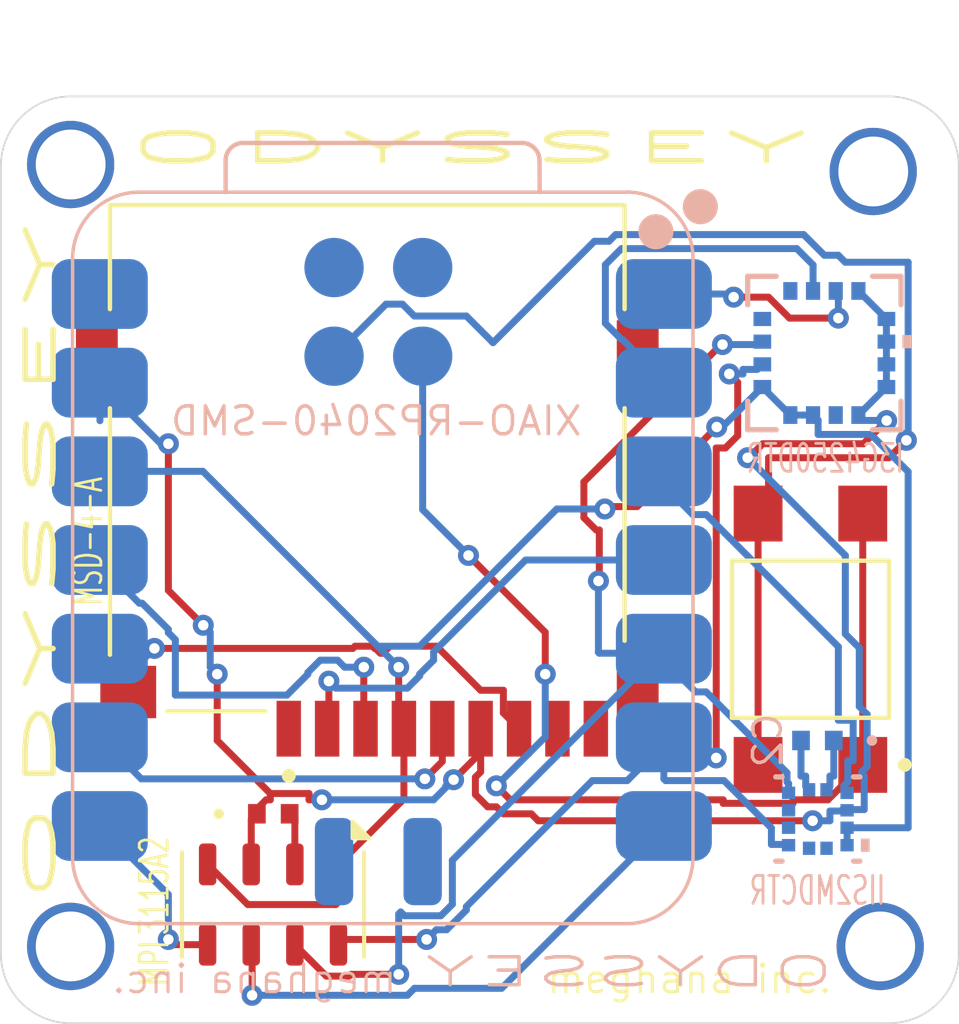
<source format=kicad_pcb>
(kicad_pcb (version 20241129) (generator "pcbnew") (generator_version "8.99")
  (title_block (title "Odyssey") (date "4/23/2025") (company "Hack Club") (comment 1 "apex.hackclub.com"))
  (layers (0 "F.Cu" signal) (2 "B.Cu" signal) (13 "F.Paste" user) (15 "B.Paste" user) (5 "F.SilkS" user "F.Silkscreen") (7 "B.SilkS" user "B.Silkscreen") (1 "F.Mask" user) (3 "B.Mask" user) (25 "Edge.Cuts" user))
  (net 0 "")
  (net 3 "3.3V XIAO")
  (net 4 "I3G4 INT2")
  (net 5 "XIAO SCL")
  (net 7 "I3G4 INT1")
  (net 8 "XIAO SDA")
  (net 9 "Net-(U2-C1)")
  (net 10 "IIS2 INT")
  (net 11 "MPL INT2")
  (net 12 "MPL INT1")
  (net 13 "Net-(U5-CAP)")
  (net 19 "MISO")
  (net 21 "MSD STAT")
  (net 23 "CLK")
  (net 24 "MOSI")
  (net 25 "GND")
  (net 33 "Net-(C3-Pad1)")
  (net 34 "Net-(U3-GND-Pad20)")
  (net 35 "Net-(U3-RST)")
  (footprint "footprints:CUI_MSD-4-A" (layer "F.Cu") (at 64.5 53.4125 180)
    (property "Reference" "J1" (hide yes))
    (property "Value" "MSD-4-A" (at 8 -2.3875 90) (layer "F.SilkS") (effects (font (size 0.8 0.5) (thickness 0.08))))
    (fp_line (start 7.375 4.27) (end 7.375 7.25) (stroke (width 0.127)) (layer "F.SilkS"))
    (fp_line (start 7.375 -5.63) (end 7.375 1.43) (stroke (width 0.127)) (layer "F.SilkS"))
    (fp_line (start 5.73 -7.25) (end 2.92 -7.25) (stroke (width 0.127)) (layer "F.SilkS"))
    (fp_line (start -7.375 7.25) (end 7.375 7.25) (stroke (width 0.127)) (layer "F.SilkS"))
    (fp_line (start -7.375 4.27) (end -7.375 7.25) (stroke (width 0.127)) (layer "F.SilkS"))
    (fp_line (start -7.375 -5.23) (end -7.375 1.43) (stroke (width 0.127)) (layer "F.SilkS"))
    (fp_circle (center 2.25 -9.1) (end 2.35 -9.1) (stroke (width 0.2)) (fill no) (layer "F.SilkS"))
    (pad "" np_thru_hole circle (at -4.95 3.25 180) (size 1 1) (drill 1) (layers "F&B.Cu" "*.Mask"))
    (pad "" np_thru_hole circle (at 3.05 3.25 180) (size 1 1) (drill 1) (layers "F&B.Cu" "*.Mask"))
    (pad "1" smd rect (at 2.25 -7.75 180) (size 0.7 1.6) (layers "F.Cu" "F.Mask" "F.Paste"))
    (pad "2" smd rect (at 1.15 -7.75 180) (size 0.7 1.6) (layers "F.Cu" "F.Mask" "F.Paste") (net 21 "MSD STAT"))
    (pad "3" smd rect (at 0.05 -7.75 180) (size 0.7 1.6) (layers "F.Cu" "F.Mask" "F.Paste") (net 24 "MOSI"))
    (pad "4" smd rect (at -1.05 -7.75 180) (size 0.7 1.6) (layers "F.Cu" "F.Mask" "F.Paste") (net 3 "3.3V XIAO"))
    (pad "5" smd rect (at -2.15 -7.75 180) (size 0.7 1.6) (layers "F.Cu" "F.Mask" "F.Paste") (net 23 "CLK"))
    (pad "6" smd rect (at -3.25 -7.75 180) (size 0.7 1.6) (layers "F.Cu" "F.Mask" "F.Paste") (net 25 "GND"))
    (pad "7" smd rect (at -4.35 -7.75 180) (size 0.7 1.6) (layers "F.Cu" "F.Mask" "F.Paste") (net 19 "MISO"))
    (pad "8" smd rect (at -5.45 -7.75 180) (size 0.7 1.6) (layers "F.Cu" "F.Mask" "F.Paste"))
    (pad "CD" smd rect (at -6.55 -7.75 180) (size 0.7 1.6) (layers "F.Cu" "F.Mask" "F.Paste"))
    (pad "G1" smd rect (at -7.75 -6.45 180) (size 1.2 1.8) (layers "F.Cu" "F.Mask" "F.Paste"))
    (pad "G2" smd rect (at 6.85 -6.7 180) (size 1.6 1.5) (layers "F.Cu" "F.Mask" "F.Paste"))
    (pad "G3" smd rect (at -7.75 2.85 180) (size 1.2 2.2) (layers "F.Cu" "F.Mask" "F.Paste"))
    (pad "G4" smd rect (at 7.75 2.85 180) (size 1.2 2.2) (layers "F.Cu" "F.Mask" "F.Paste"))
  )
  (footprint "footprints:SW_TL3305AF260QG" (layer "F.Cu") (at 77.2 58.6 180)
    (property "Reference" "U4" (hide yes))
    (property "Value" "TL3305AF260QG" (hide yes))
    (fp_line (start 2.25 2.25) (end 2.25 -2.25) (stroke (width 0.127)) (layer "F.SilkS"))
    (fp_line (start 2.25 2.25) (end -2.25 2.25) (stroke (width 0.127)) (layer "F.SilkS"))
    (fp_line (start -2.25 -2.25) (end 2.25 -2.25) (stroke (width 0.127)) (layer "F.SilkS"))
    (fp_line (start -2.25 -2.25) (end -2.25 2.25) (stroke (width 0.127)) (layer "F.SilkS"))
    (fp_circle (center -2.7 -3.6) (end -2.6 -3.6) (stroke (width 0.2)) (fill no) (layer "F.SilkS"))
    (pad "1" smd rect (at -1.5 -3.6 180) (size 1.4 1.6) (layers "F.Cu" "F.Mask" "F.Paste") (net 35 "Net-(U3-RST)"))
    (pad "2" smd rect (at -1.5 3.6 180) (size 1.4 1.6) (layers "F.Cu" "F.Mask" "F.Paste") (net 35 "Net-(U3-RST)"))
    (pad "3" smd rect (at 1.5 -3.6 180) (size 1.4 1.6) (layers "F.Cu" "F.Mask" "F.Paste") (net 34 "Net-(U3-GND-Pad20)"))
    (pad "4" smd rect (at 1.5 3.6 180) (size 1.4 1.6) (layers "F.Cu" "F.Mask" "F.Paste") (net 34 "Net-(U3-GND-Pad20)"))
  )
  (footprint "Package_LGA:NXP_LGA-8_3x5mm_P1.25mm_H1.1mm" (layer "F.Cu") (at 61.8 66.2 -90)
    (property "Reference" "U5" (hide yes))
    (property "Value" "MPL3115A2" (at 0.2 3.4 90) (layer "F.SilkS") (effects (font (size 0.8 0.5) (thickness 0.08))))
    (fp_line (start -1.5 2.61) (end 1.5 2.61) (stroke (width 0.12)) (layer "F.SilkS"))
    (fp_line (start -1.5 -2.61) (end 1.5 -2.61) (stroke (width 0.12)) (layer "F.SilkS"))
    (fp_poly (pts (xy -1.9 -2.28) (xy -2.38 -2.28) (xy -1.9 -2.76) (xy -1.9 -2.28)) (stroke (width 0.12)) (fill yes) (layer "F.SilkS"))
    (pad "1" smd roundrect (at -1.15 -1.875 270) (size 1.2 0.5) (layers "F.Cu" "F.Mask" "F.Paste") (net 3 "3.3V XIAO"))
    (pad "2" smd roundrect (at -1.15 -0.625 270) (size 1.2 0.5) (layers "F.Cu" "F.Mask" "F.Paste") (net 13 "Net-(U5-CAP)"))
    (pad "3" smd roundrect (at -1.15 0.625 270) (size 1.2 0.5) (layers "F.Cu" "F.Mask" "F.Paste") (net 25 "GND"))
    (pad "4" smd roundrect (at -1.15 1.875 270) (size 1.2 0.5) (layers "F.Cu" "F.Mask" "F.Paste") (net 3 "3.3V XIAO"))
    (pad "5" smd roundrect (at 1.15 1.875 270) (size 1.2 0.5) (layers "F.Cu" "F.Mask" "F.Paste") (net 11 "MPL INT2"))
    (pad "6" smd roundrect (at 1.15 0.625 270) (size 1.2 0.5) (layers "F.Cu" "F.Mask" "F.Paste") (net 12 "MPL INT1"))
    (pad "7" smd roundrect (at 1.15 -0.625 270) (size 1.2 0.5) (layers "F.Cu" "F.Mask" "F.Paste") (net 8 "XIAO SDA"))
    (pad "8" smd roundrect (at 1.15 -1.875 270) (size 1.2 0.5) (layers "F.Cu" "F.Mask" "F.Paste") (net 5 "XIAO SCL"))
  )
  (footprint "footprints:CAP_0402_N_WAL" (layer "F.Cu") (at 61.806 63.6)
    (property "Reference" "C1" (hide yes))
    (property "Value" "0402B104K160CT" (hide yes))
    (fp_circle (center -1.5621 0) (end -1.4859 0) (stroke (width 0.1524)) (fill no) (layer "F.SilkS"))
    (pad "1" smd rect (at -0.4699 0) (size 0.508 0.5588) (layers "F.Cu" "F.Mask" "F.Paste") (net 25 "GND"))
    (pad "2" smd rect (at 0.4699 0) (size 0.508 0.5588) (layers "F.Cu" "F.Mask" "F.Paste") (net 13 "Net-(U5-CAP)"))
  )
  (footprint "footprints:I3G4250DTR" (layer "B.Cu") (at 77.6 50.4)
    (property "Reference" "U1" (hide yes))
    (property "Value" "I3G4250DTR" (at 0.025001 3.022 0) (layer "B.SilkS") (effects (font (size 0.8 0.5) (thickness 0.08)) (justify mirror)))
    (fp_line (start -2.1971 -2.1971) (end -1.380585 -2.1971) (stroke (width 0.1524)) (layer "B.SilkS"))
    (fp_line (start -2.1971 -1.380585) (end -2.1971 -2.1971) (stroke (width 0.1524)) (layer "B.SilkS"))
    (fp_line (start -2.1971 2.1971) (end -2.1971 1.380585) (stroke (width 0.1524)) (layer "B.SilkS"))
    (fp_line (start -1.380585 2.1971) (end -2.1971 2.1971) (stroke (width 0.1524)) (layer "B.SilkS"))
    (fp_line (start 1.380585 -2.1971) (end 2.1971 -2.1971) (stroke (width 0.1524)) (layer "B.SilkS"))
    (fp_line (start 2.1971 -2.1971) (end 2.1971 -1.380585) (stroke (width 0.1524)) (layer "B.SilkS"))
    (fp_line (start 2.1971 1.380585) (end 2.1971 2.1971) (stroke (width 0.1524)) (layer "B.SilkS"))
    (fp_line (start 2.1971 2.1971) (end 1.380585 2.1971) (stroke (width 0.1524)) (layer "B.SilkS"))
    (fp_poly (pts (xy 2.4892 -0.134501) (xy 2.4892 -0.515501) (xy 2.2352 -0.515501) (xy 2.2352 -0.134501)) (fill yes) (layer "B.SilkS"))
    (pad "1" smd rect (at -1.778 0.974999 270) (size 0.4064 0.508) (layers "B.Cu" "B.Mask" "B.Paste") (net 3 "3.3V XIAO"))
    (pad "2" smd rect (at -1.778 0.325001 270) (size 0.4064 0.508) (layers "B.Cu" "B.Mask" "B.Paste") (net 5 "XIAO SCL"))
    (pad "3" smd rect (at -1.778 -0.325001 270) (size 0.4064 0.508) (layers "B.Cu" "B.Mask" "B.Paste") (net 8 "XIAO SDA"))
    (pad "4" smd rect (at -1.778 -0.974999 270) (size 0.4064 0.508) (layers "B.Cu" "B.Mask" "B.Paste"))
    (pad "5" smd rect (at -0.974999 -1.778) (size 0.4064 0.508) (layers "B.Cu" "B.Mask" "B.Paste"))
    (pad "6" smd rect (at -0.325001 -1.778) (size 0.4064 0.508) (layers "B.Cu" "B.Mask" "B.Paste") (net 4 "I3G4 INT2"))
    (pad "7" smd rect (at 0.325001 -1.778) (size 0.4064 0.508) (layers "B.Cu" "B.Mask" "B.Paste") (net 7 "I3G4 INT1"))
    (pad "8" smd rect (at 0.974999 -1.778) (size 0.4064 0.508) (layers "B.Cu" "B.Mask" "B.Paste") (net 25 "GND"))
    (pad "9" smd rect (at 1.778 -0.974999 270) (size 0.4064 0.508) (layers "B.Cu" "B.Mask" "B.Paste") (net 25 "GND"))
    (pad "10" smd rect (at 1.778 -0.325001 270) (size 0.4064 0.508) (layers "B.Cu" "B.Mask" "B.Paste") (net 25 "GND"))
    (pad "11" smd rect (at 1.778 0.325001 270) (size 0.4064 0.508) (layers "B.Cu" "B.Mask" "B.Paste") (net 25 "GND"))
    (pad "12" smd rect (at 1.778 0.974999 270) (size 0.4064 0.508) (layers "B.Cu" "B.Mask" "B.Paste") (net 25 "GND"))
    (pad "13" smd rect (at 0.974999 1.778) (size 0.4064 0.508) (layers "B.Cu" "B.Mask" "B.Paste") (net 25 "GND"))
    (pad "14" smd rect (at 0.325001 1.778) (size 0.4064 0.508) (layers "B.Cu" "B.Mask" "B.Paste"))
    (pad "15" smd rect (at -0.325001 1.778) (size 0.4064 0.508) (layers "B.Cu" "B.Mask" "B.Paste") (net 3 "3.3V XIAO"))
    (pad "16" smd rect (at -0.974999 1.778) (size 0.4064 0.508) (layers "B.Cu" "B.Mask" "B.Paste") (net 3 "3.3V XIAO"))
  )
  (footprint "footprints:XIAO-RP2040-SMD" (layer "B.Cu") (at 65 56.33 180)
    (property "Reference" "U3" (hide yes))
    (property "Value" "XIAO-RP2040-SMD" (at 0.2455 3.98025 0) (layer "B.SilkS") (effects (font (size 0.8 0.8) (thickness 0.1016)) (justify mirror)))
    (fp_line (start 8.945 -8.513) (end 8.945 8.632) (stroke (width 0.1)) (layer "B.SilkS"))
    (fp_line (start 7.04 10.537) (end -6.93 10.537) (stroke (width 0.1)) (layer "B.SilkS"))
    (fp_line (start 4.559 11.447) (end 4.559 10.537) (stroke (width 0.127)) (layer "B.SilkS"))
    (fp_line (start -3.936272 11.947) (end 4.059 11.947) (stroke (width 0.127)) (layer "B.SilkS"))
    (fp_line (start -4.44 10.537) (end -4.436272 11.447272) (stroke (width 0.127)) (layer "B.SilkS"))
    (fp_line (start -6.93 -10.418) (end 7.04 -10.418) (stroke (width 0.1)) (layer "B.SilkS"))
    (fp_line (start -8.835 -8.513) (end -8.835 8.632) (stroke (width 0.1)) (layer "B.SilkS"))
    (fp_arc (start 8.945 8.632) (mid 8.387038 9.979038) (end 7.04 10.537) (stroke (width 0.1)) (layer "B.SilkS"))
    (fp_arc (start 7.04 -10.418) (mid 8.387038 -9.860038) (end 8.945 -8.513) (stroke (width 0.1)) (layer "B.SilkS"))
    (fp_arc (start 4.559 11.447) (mid 4.412553 11.800553) (end 4.059 11.947) (stroke (width 0.127)) (layer "B.SilkS"))
    (fp_arc (start -3.936272 11.947) (mid -4.289724 11.800644) (end -4.436272 11.447272) (stroke (width 0.127)) (layer "B.SilkS"))
    (fp_arc (start -6.93 10.541) (mid -8.277038 9.983038) (end -8.835 8.636) (stroke (width 0.1)) (layer "B.SilkS"))
    (fp_arc (start -8.835 -8.513) (mid -8.277038 -9.860038) (end -6.93 -10.418) (stroke (width 0.1)) (layer "B.SilkS"))
    (fp_circle (center -7.771 9.404) (end -7.771 9.658) (stroke (width 0.5)) (fill yes) (layer "B.SilkS"))
    (fp_circle (center -9.045 10.121) (end -9.045 10.375) (stroke (width 0.5)) (fill yes) (layer "B.SilkS"))
    (pad "1" smd roundrect (at -8 7.62 180) (size 2.75 2) (layers "B.Cu" "B.Mask" "B.Paste") (net 7 "I3G4 INT1"))
    (pad "2" smd roundrect (at -8 5.08 180) (size 2.75 2) (layers "B.Cu" "B.Mask" "B.Paste") (net 4 "I3G4 INT2"))
    (pad "3" smd roundrect (at -8 2.54 180) (size 2.75 2) (layers "B.Cu" "B.Mask" "B.Paste") (net 10 "IIS2 INT"))
    (pad "4" smd roundrect (at -8 0 180) (size 2.75 2) (layers "B.Cu" "B.Mask" "B.Paste") (net 21 "MSD STAT"))
    (pad "5" smd roundrect (at -8 -2.54 180) (size 2.75 2) (layers "B.Cu" "B.Mask" "B.Paste") (net 8 "XIAO SDA"))
    (pad "6" smd roundrect (at -8 -5.08 180) (size 2.75 2) (layers "B.Cu" "B.Mask" "B.Paste") (net 5 "XIAO SCL"))
    (pad "7" smd roundrect (at -8 -7.62 180) (size 2.75 2) (layers "B.Cu" "B.Mask" "B.Paste") (net 12 "MPL INT1"))
    (pad "8" smd roundrect (at 8.165 -7.62 180) (size 2.75 2) (layers "B.Cu" "B.Mask" "B.Paste") (net 11 "MPL INT2"))
    (pad "9" smd roundrect (at 8.165 -5.08 180) (size 2.75 2) (layers "B.Cu" "B.Mask" "B.Paste") (net 23 "CLK"))
    (pad "10" smd roundrect (at 8.165 -2.54 180) (size 2.75 2) (layers "B.Cu" "B.Mask" "B.Paste") (net 19 "MISO"))
    (pad "11" smd roundrect (at 8.165 0 180) (size 2.75 2) (layers "B.Cu" "B.Mask" "B.Paste") (net 24 "MOSI"))
    (pad "12" smd roundrect (at 8.165 2.54 180) (size 2.75 2) (layers "B.Cu" "B.Mask" "B.Paste") (net 3 "3.3V XIAO"))
    (pad "13" smd roundrect (at 8.165 5.08 180) (size 2.75 2) (layers "B.Cu" "B.Mask" "B.Paste") (net 25 "GND"))
    (pad "14" smd roundrect (at 8.165 7.62 180) (size 2.75 2) (layers "B.Cu" "B.Mask" "B.Paste"))
    (pad "15" smd roundrect (at -1.088 -8.64 270) (size 2.5 1.1) (layers "B.Cu" "B.Mask" "B.Paste"))
    (pad "16" smd roundrect (at 1.452 -8.64 270) (size 2.5 1.1) (layers "B.Cu" "B.Mask" "B.Paste"))
    (pad "17" smd circle (at -1.088 8.378 180) (size 1.7 1.7) (layers "B.Cu" "B.Mask" "B.Paste"))
    (pad "18" smd circle (at 1.452 8.378 180) (size 1.7 1.7) (layers "B.Cu" "B.Mask" "B.Paste"))
    (pad "19" smd circle (at -1.088 5.838 180) (size 1.7 1.7) (layers "B.Cu" "B.Mask" "B.Paste") (net 35 "Net-(U3-RST)"))
    (pad "20" smd circle (at 1.452 5.838 180) (size 1.7 1.7) (layers "B.Cu" "B.Mask" "B.Paste") (net 34 "Net-(U3-GND-Pad20)"))
  )
  (footprint "footprints:CAP_0402_N_WAL" (layer "B.Cu") (at 77.4 61.5 180)
    (property "Reference" "C3" (hide yes))
    (property "Value" "C2" (at 1.427524 0 90) (layer "B.SilkS") (effects (font (size 0.8 0.8) (thickness 0.1) (bold yes)) (justify mirror)))
    (fp_circle (center -1.5621 0) (end -1.4859 0) (stroke (width 0.1524)) (fill no) (layer "B.SilkS"))
    (pad "1" smd rect (at -0.4699 0 180) (size 0.508 0.5588) (layers "B.Cu" "B.Mask" "B.Paste") (net 33 "Net-(C3-Pad1)"))
    (pad "2" smd rect (at 0.4699 0 180) (size 0.508 0.5588) (layers "B.Cu" "B.Mask" "B.Paste") (net 9 "Net-(U2-C1)"))
  )
  (footprint "footprints:IIS2MDCTR" (layer "B.Cu") (at 77.4118 63.75)
    (property "Reference" "U2" (hide yes))
    (property "Value" "IIS2MDCTR" (at -0.0118 2.05 0) (layer "B.SilkS") (effects (font (size 0.8 0.5) (thickness 0.08)) (justify mirror)))
    (fp_line (start -1.2065 -1.2065) (end -1.024229 -1.2065) (stroke (width 0.1524)) (layer "B.SilkS"))
    (fp_line (start -1.024229 1.2065) (end -1.2065 1.2065) (stroke (width 0.1524)) (layer "B.SilkS"))
    (fp_line (start 1.024229 -1.2065) (end 1.2065 -1.2065) (stroke (width 0.1524)) (layer "B.SilkS"))
    (fp_line (start 1.2065 1.2065) (end 1.024229 1.2065) (stroke (width 0.1524)) (layer "B.SilkS"))
    (fp_poly (pts (xy 1.4859 0.940501) (xy 1.4859 0.559501) (xy 1.2319 0.559501) (xy 1.2319 0.940501)) (fill yes) (layer "B.SilkS"))
    (pad "1" smd rect (at -0.8382 0.750001 270) (size 0.3556 0.381) (layers "B.Cu" "B.Mask" "B.Paste") (net 5 "XIAO SCL"))
    (pad "2" smd rect (at -0.8382 0.25 270) (size 0.3556 0.381) (layers "B.Cu" "B.Mask" "B.Paste"))
    (pad "3" smd rect (at -0.8382 -0.25 270) (size 0.3556 0.381) (layers "B.Cu" "B.Mask" "B.Paste"))
    (pad "4" smd rect (at -0.8382 -0.750001 270) (size 0.3556 0.381) (layers "B.Cu" "B.Mask" "B.Paste") (net 8 "XIAO SDA"))
    (pad "5" smd rect (at -0.25 -0.8382) (size 0.3556 0.381) (layers "B.Cu" "B.Mask" "B.Paste") (net 9 "Net-(U2-C1)"))
    (pad "6" smd rect (at 0.25 -0.8382) (size 0.3556 0.381) (layers "B.Cu" "B.Mask" "B.Paste") (net 33 "Net-(C3-Pad1)"))
    (pad "7" smd rect (at 0.8382 -0.750001 270) (size 0.3556 0.381) (layers "B.Cu" "B.Mask" "B.Paste") (net 10 "IIS2 INT"))
    (pad "8" smd rect (at 0.8382 -0.25 270) (size 0.3556 0.381) (layers "B.Cu" "B.Mask" "B.Paste") (net 25 "GND"))
    (pad "9" smd rect (at 0.8382 0.25 270) (size 0.3556 0.381) (layers "B.Cu" "B.Mask" "B.Paste") (net 3 "3.3V XIAO"))
    (pad "10" smd rect (at 0.8382 0.750001 270) (size 0.3556 0.381) (layers "B.Cu" "B.Mask" "B.Paste") (net 3 "3.3V XIAO"))
    (pad "11" smd rect (at 0.25 0.8382) (size 0.3556 0.381) (layers "B.Cu" "B.Mask" "B.Paste"))
    (pad "12" smd rect (at -0.25 0.8382) (size 0.3556 0.381) (layers "B.Cu" "B.Mask" "B.Paste"))
  )
  (gr_arc (start 54 45.05) (mid 54.585786 43.635786) (end 56 43.05) (stroke (width 0.05)) (layer "Edge.Cuts"))
  (gr_line (start 56 43.05) (end 79.45 43.05) (stroke (width 0.05)) (layer "Edge.Cuts"))
  (gr_arc (start 79.45 43.05) (mid 80.864214 43.635786) (end 81.45 45.05) (stroke (width 0.05)) (layer "Edge.Cuts"))
  (gr_line (start 54 67.6) (end 54 45.05) (stroke (width 0.05)) (layer "Edge.Cuts"))
  (gr_arc (start 81.45 67.6) (mid 80.864214 69.014214) (end 79.45 69.6) (stroke (width 0.05)) (layer "Edge.Cuts"))
  (gr_line (start 81.45 45.05) (end 81.45 67.6) (stroke (width 0.05)) (layer "Edge.Cuts"))
  (gr_arc (start 56 69.6) (mid 54.585786 69.014214) (end 54 67.6) (stroke (width 0.05)) (layer "Edge.Cuts"))
  (gr_line (start 79.45 69.6) (end 56 69.6) (stroke (width 0.05)) (layer "Edge.Cuts"))
  (gr_text "meghana inc." (at 69.6 68.8 0) (layer "F.SilkS") (effects (font (size 0.8 0.8) (thickness 0.0875)) (justify left bottom)))
  (gr_text "ODYSSEY" (at 55.6 66.4 90) (layer "F.SilkS") (effects (font (size 0.8 3) (thickness 0.16) (bold yes)) (justify left bottom)))
  (gr_text "ODYSSEY" (at 57.4 45 0) (layer "F.SilkS") (effects (font (size 0.8 3) (thickness 0.16) (bold yes)) (justify left bottom)))
  (gr_text "ODYSSEY" (at 78 68.6 0) (layer "B.SilkS") (effects (font (size 0.8 1.8) (thickness 0.1)) (justify left bottom mirror)))
  (gr_text "meghana inc." (at 65.4 68.8 0) (layer "B.SilkS") (effects (font (size 0.8 0.8) (thickness 0.0875)) (justify left bottom mirror)))
  (via (at 56 67.4) (size 2.5) (drill 2) (layers "F.Cu" "B.Cu") (net 0))
  (via (at 56 45) (size 2.5) (drill 2) (layers "F.Cu" "B.Cu") (net 0))
  (via (at 79 45.2) (size 2.5) (drill 2) (layers "F.Cu" "B.Cu") (net 0))
  (via (at 79.2 67.4) (size 2.5) (drill 2) (layers "F.Cu" "B.Cu") (net 0))
  (segment (start 71.30885 54.86843) (end 71.37728 54.8) (width 0.2) (layer "F.Cu") (net 3))
  (segment (start 65.55 61.1625) (end 65.55 63.175) (width 0.2) (layer "F.Cu") (net 3))
  (segment (start 65.4 61.0125) (end 65.55 61.1625) (width 0.2) (layer "F.Cu") (net 3))
  (segment (start 65.4 59.4) (end 65.4 61.0125) (width 0.2) (layer "F.Cu") (net 3))
  (segment (start 61.075 66.2) (end 59.925 65.05) (width 0.2) (layer "F.Cu") (net 3))
  (segment (start 65.55 63.175) (end 63.675 65.05) (width 0.2) (layer "F.Cu") (net 3))
  (segment (start 63.675 65.05) (end 63.675 66.125) (width 0.2) (layer "F.Cu") (net 3))
  (segment (start 72.235078 54.8) (end 74.515077 52.520001) (width 0.2) (layer "F.Cu") (net 3))
  (segment (start 63.675 66.125) (end 63.6 66.2) (width 0.2) (layer "F.Cu") (net 3))
  (segment (start 71.37728 54.8) (end 72.235078 54.8) (width 0.2) (layer "F.Cu") (net 3))
  (segment (start 63.6 66.2) (end 61.075 66.2) (width 0.2) (layer "F.Cu") (net 3))
  (via (at 74.515077 52.520001) (size 0.6) (drill 0.3) (layers "F.Cu" "B.Cu") (net 3))
  (via (at 65.4 59.4) (size 0.6) (drill 0.3) (layers "F.Cu" "B.Cu") (net 3))
  (via (at 71.30885 54.86843) (size 0.6) (drill 0.3) (layers "F.Cu" "B.Cu") (net 3))
  (segment (start 56.835 53.79) (end 59.79 53.79) (width 0.2) (layer "B.Cu") (net 3))
  (segment (start 80 64) (end 78.25 64) (width 0.2) (layer "B.Cu") (net 3))
  (segment (start 74.676998 52.520001) (end 75.822 51.374999) (width 0.2) (layer "B.Cu") (net 3))
  (segment (start 64.8 58.8) (end 65.4 59.4) (width 0.2) (layer "B.Cu") (net 3))
  (segment (start 78.25 64) (end 78.25 64.500001) (width 0.2) (layer "B.Cu") (net 3))
  (segment (start 78.933 52.733) (end 80 53.8) (width 0.2) (layer "B.Cu") (net 3))
  (segment (start 59.79 53.79) (end 64.8 58.8) (width 0.2) (layer "B.Cu") (net 3))
  (segment (start 74.515077 52.520001) (end 74.676998 52.520001) (width 0.2) (layer "B.Cu") (net 3))
  (segment (start 75.822 51.374999) (end 76.625001 52.178) (width 0.2) (layer "B.Cu") (net 3))
  (segment (start 76.625001 52.178) (end 77.274999 52.178) (width 0.2) (layer "B.Cu") (net 3))
  (segment (start 77.274999 52.178) (end 77.420801 52.323802) (width 0.2) (layer "B.Cu") (net 3))
  (segment (start 77.420801 52.323802) (end 77.420801 52.733) (width 0.2) (layer "B.Cu") (net 3))
  (segment (start 80 53.8) (end 80 64) (width 0.2) (layer "B.Cu") (net 3))
  (segment (start 71.30885 54.86843) (end 69.93157 54.86843) (width 0.2) (layer "B.Cu") (net 3))
  (segment (start 77.420801 52.733) (end 78.933 52.733) (width 0.2) (layer "B.Cu") (net 3))
  (segment (start 66 58.8) (end 64.8 58.8) (width 0.2) (layer "B.Cu") (net 3))
  (segment (start 69.93157 54.86843) (end 66 58.8) (width 0.2) (layer "B.Cu") (net 3))
  (segment (start 73 51.25) (end 73 51.2) (width 0.2) (layer "B.Cu") (net 4))
  (segment (start 73 51.2) (end 71.811 50.011) (width 0.2) (layer "B.Cu") (net 4))
  (segment (start 71.811 50.011) (end 71.785942 50.011) (width 0.2) (layer "B.Cu") (net 4))
  (segment (start 77.274999 47.874999) (end 77.274999 48.622) (width 0.2) (layer "B.Cu") (net 4))
  (segment (start 76.809 47.409) (end 77.274999 47.874999) (width 0.2) (layer "B.Cu") (net 4))
  (segment (start 71.324 49.549058) (end 71.324 47.870942) (width 0.2) (layer "B.Cu") (net 4))
  (segment (start 71.785942 50.011) (end 71.324 49.549058) (width 0.2) (layer "B.Cu") (net 4))
  (segment (start 71.324 47.870942) (end 71.785942 47.409) (width 0.2) (layer "B.Cu") (net 4))
  (segment (start 71.785942 47.409) (end 76.809 47.409) (width 0.2) (layer "B.Cu") (net 4))
  (segment (start 74.499998 53.121001) (end 74.76402 53.121001) (width 0.2) (layer "F.Cu") (net 5))
  (segment (start 74.76402 53.121001) (end 75.116077 52.768944) (width 0.2) (layer "F.Cu") (net 5))
  (segment (start 74.499998 62) (end 74.499998 53.121001) (width 0.2) (layer "F.Cu") (net 5))
  (segment (start 75.116077 52.768944) (end 75.116077 51.241077) (width 0.2) (layer "F.Cu") (net 5))
  (segment (start 63.825 67.2) (end 63.675 67.35) (width 0.2) (layer "F.Cu") (net 5))
  (segment (start 75.116077 51.241077) (end 74.875 51) (width 0.2) (layer "F.Cu") (net 5))
  (segment (start 66.2 67.2) (end 63.825 67.2) (width 0.2) (layer "F.Cu") (net 5))
  (via (at 74.875 51) (size 0.6) (drill 0.3) (layers "F.Cu" "B.Cu") (net 5))
  (via (at 74.499998 62) (size 0.6) (drill 0.3) (layers "F.Cu" "B.Cu") (net 5))
  (via (at 66.2 67.2) (size 0.6) (drill 0.3) (layers "F.Cu" "B.Cu") (net 5))
  (segment (start 73 61.41) (end 73 62.6) (width 0.2) (layer "B.Cu") (net 5))
  (segment (start 75.267 51) (end 75.267 50.870799) (width 0.2) (layer "B.Cu") (net 5))
  (segment (start 73 61.41) (end 73.59 62) (width 0.2) (layer "B.Cu") (net 5))
  (segment (start 73.049 62.649) (end 74.722599 62.649) (width 0.2) (layer "B.Cu") (net 5))
  (segment (start 71.951 62.649) (end 70.951 62.649) (width 0.2) (layer "B.Cu") (net 5))
  (segment (start 73.59 62) (end 74.499998 62) (width 0.2) (layer "B.Cu") (net 5))
  (segment (start 75.676202 50.870799) (end 75.822 50.725001) (width 0.2) (layer "B.Cu") (net 5))
  (segment (start 66.775306 66.922) (end 66.478 66.922) (width 0.2) (layer "B.Cu") (net 5))
  (segment (start 76.0821 64.008501) (end 76.0821 64.4788) (width 0.2) (layer "B.Cu") (net 5))
  (segment (start 67.34 66.26) (end 67.34 66.357306) (width 0.2) (layer "B.Cu") (net 5))
  (segment (start 76.0821 64.4788) (end 76.552399 64.4788) (width 0.2) (layer "B.Cu") (net 5))
  (segment (start 74.722599 62.649) (end 76.0821 64.008501) (width 0.2) (layer "B.Cu") (net 5))
  (segment (start 67.34 66.357306) (end 66.775306 66.922) (width 0.2) (layer "B.Cu") (net 5))
  (segment (start 73 62.6) (end 73.049 62.649) (width 0.2) (layer "B.Cu") (net 5))
  (segment (start 73 61.41) (end 73 61.6) (width 0.2) (layer "B.Cu") (net 5))
  (segment (start 76.552399 64.4788) (end 76.5736 64.500001) (width 0.2) (layer "B.Cu") (net 5))
  (segment (start 73 61.6) (end 71.951 62.649) (width 0.2) (layer "B.Cu") (net 5))
  (segment (start 75.267 50.870799) (end 75.676202 50.870799) (width 0.2) (layer "B.Cu") (net 5))
  (segment (start 66.478 66.922) (end 66.2 67.2) (width 0.2) (layer "B.Cu") (net 5))
  (segment (start 70.951 62.649) (end 67.34 66.26) (width 0.2) (layer "B.Cu") (net 5))
  (segment (start 74.875 51) (end 75.267 51) (width 0.2) (layer "B.Cu") (net 5))
  (segment (start 76 48.8) (end 76.6 49.4) (width 0.2) (layer "F.Cu") (net 7))
  (segment (start 76.6 49.4) (end 78 49.4) (width 0.2) (layer "F.Cu") (net 7))
  (segment (start 75 48.8) (end 76 48.8) (width 0.2) (layer "F.Cu") (net 7))
  (via (at 78 49.4) (size 0.6) (drill 0.3) (layers "F.Cu" "B.Cu") (net 7))
  (via (at 75 48.8) (size 0.6) (drill 0.3) (layers "F.Cu" "B.Cu") (net 7))
  (segment (start 78 49.4) (end 78 48.696999) (width 0.2) (layer "B.Cu") (net 7))
  (segment (start 74.91 48.71) (end 75 48.8) (width 0.2) (layer "B.Cu") (net 7))
  (segment (start 73 48.71) (end 74.91 48.71) (width 0.2) (layer "B.Cu") (net 7))
  (segment (start 78 48.696999) (end 77.925001 48.622) (width 0.2) (layer "B.Cu") (net 7))
  (segment (start 71.149998 55.46943) (end 71.149998 56.905002) (width 0.2) (layer "F.Cu") (net 8))
  (segment (start 71.059907 55.46943) (end 70.70785 55.117373) (width 0.2) (layer "F.Cu") (net 8))
  (segment (start 70.70785 54.09215) (end 72.8365 51.9635) (width 0.2) (layer "F.Cu") (net 8))
  (segment (start 65.4 68.2) (end 64.030918 68.2) (width 0.2) (layer "F.Cu") (net 8))
  (segment (start 74.6 50.2) (end 74.639332 50.2) (width 0.2) (layer "F.Cu") (net 8))
  (segment (start 72.8365 51.9635) (end 73.151 51.9635) (width 0.2) (layer "F.Cu") (net 8))
  (segment (start 63.326 68.251) (end 62.425 67.35) (width 0.2) (layer "F.Cu") (net 8))
  (segment (start 64.030918 68.2) (end 63.979918 68.251) (width 0.2) (layer "F.Cu") (net 8))
  (segment (start 71.149998 55.46943) (end 71.059907 55.46943) (width 0.2) (layer "F.Cu") (net 8))
  (segment (start 70.70785 55.117373) (end 70.70785 54.09215) (width 0.2) (layer "F.Cu") (net 8))
  (segment (start 74.639332 50.2) (end 74.681137 50.158195) (width 0.2) (layer "F.Cu") (net 8))
  (segment (start 73.151 51.649) (end 74.6 50.2) (width 0.2) (layer "F.Cu") (net 8))
  (segment (start 71.149998 56.905002) (end 71.125 56.93) (width 0.2) (layer "F.Cu") (net 8))
  (segment (start 73.151 51.9635) (end 73.151 51.649) (width 0.2) (layer "F.Cu") (net 8))
  (segment (start 63.979918 68.251) (end 63.326 68.251) (width 0.2) (layer "F.Cu") (net 8))
  (via (at 65.4 68.2) (size 0.6) (drill 0.3) (layers "F.Cu" "B.Cu") (net 8))
  (via (at 71.125 56.93) (size 0.6) (drill 0.3) (layers "F.Cu" "B.Cu") (net 8))
  (via (at 74.681137 50.158195) (size 0.6) (drill 0.3) (layers "F.Cu" "B.Cu") (net 8))
  (segment (start 65.566794 66.521) (end 65.457897 66.412103) (width 0.2) (layer "B.Cu") (net 8))
  (segment (start 75.738804 50.158195) (end 75.822 50.074999) (width 0.2) (layer "B.Cu") (net 8))
  (segment (start 71.125 58.975002) (end 71.149998 59) (width 0.2) (layer "B.Cu") (net 8))
  (segment (start 76.5291 62.687299) (end 76.5736 62.731799) (width 0.2) (layer "B.Cu") (net 8))
  (segment (start 66.939 66.191206) (end 66.609206 66.521) (width 0.2) (layer "B.Cu") (net 8))
  (segment (start 71.125 56.93) (end 71.125 58.975002) (width 0.2) (layer "B.Cu") (net 8))
  (segment (start 73 59.2) (end 73.909 60.109) (width 0.2) (layer "B.Cu") (net 8))
  (segment (start 66.939 64.931) (end 66.939 66.191206) (width 0.2) (layer "B.Cu") (net 8))
  (segment (start 65.4 66.47) (end 65.4 68.2) (width 0.2) (layer "B.Cu") (net 8))
  (segment (start 76.5291 62.424042) (end 76.5291 62.687299) (width 0.2) (layer "B.Cu") (net 8))
  (segment (start 65.457897 66.412103) (end 65.4 66.47) (width 0.2) (layer "B.Cu") (net 8))
  (segment (start 74.214058 60.109) (end 76.5291 62.424042) (width 0.2) (layer "B.Cu") (net 8))
  (segment (start 73.909 60.109) (end 74.214058 60.109) (width 0.2) (layer "B.Cu") (net 8))
  (segment (start 73 58.87) (end 72.87 59) (width 0.2) (layer "B.Cu") (net 8))
  (segment (start 74.681137 50.158195) (end 75.738804 50.158195) (width 0.2) (layer "B.Cu") (net 8))
  (segment (start 66.609206 66.521) (end 65.566794 66.521) (width 0.2) (layer "B.Cu") (net 8))
  (segment (start 73 58.87) (end 73 59.2) (width 0.2) (layer "B.Cu") (net 8))
  (segment (start 76.5736 62.731799) (end 76.5736 62.999999) (width 0.2) (layer "B.Cu") (net 8))
  (segment (start 72.87 59) (end 71.149998 59) (width 0.2) (layer "B.Cu") (net 8))
  (segment (start 73 58.87) (end 66.939 64.931) (width 0.2) (layer "B.Cu") (net 8))
  (segment (start 77.0651 62.8151) (end 77.1618 62.9118) (width 0.2) (layer "B.Cu") (net 9))
  (segment (start 76.9301 62.521199) (end 77.0651 62.521199) (width 0.2) (layer "B.Cu") (net 9))
  (segment (start 76.9301 61.5) (end 76.9301 62.521199) (width 0.2) (layer "B.Cu") (net 9))
  (segment (start 77.0651 62.521199) (end 77.0651 62.8151) (width 0.2) (layer "B.Cu") (net 9))
  (segment (start 78 60.9196) (end 78.4249 60.9196) (width 0.2) (layer "B.Cu") (net 10))
  (segment (start 78.1595 62.909499) (end 78.25 62.999999) (width 0.2) (layer "B.Cu") (net 10))
  (segment (start 78.2709 62.687299) (end 78.1595 62.798699) (width 0.2) (layer "B.Cu") (net 10))
  (segment (start 73 53.79) (end 73 54.2) (width 0.2) (layer "B.Cu") (net 10))
  (segment (start 78.4249 62.0804) (end 78.2709 62.0804) (width 0.2) (layer "B.Cu") (net 10))
  (segment (start 78.1595 62.798699) (end 78.1595 62.909499) (width 0.2) (layer "B.Cu") (net 10))
  (segment (start 73 54.2) (end 73.829 55.029) (width 0.2) (layer "B.Cu") (net 10))
  (segment (start 78.2709 62.0804) (end 78.2709 62.687299) (width 0.2) (layer "B.Cu") (net 10))
  (segment (start 78 58.814942) (end 78 60.9196) (width 0.2) (layer "B.Cu") (net 10))
  (segment (start 74.214058 55.029) (end 78 58.814942) (width 0.2) (layer "B.Cu") (net 10))
  (segment (start 78.4249 60.9196) (end 78.4249 62.0804) (width 0.2) (layer "B.Cu") (net 10))
  (segment (start 73.829 55.029) (end 74.214058 55.029) (width 0.2) (layer "B.Cu") (net 10))
  (segment (start 58.8 67.2) (end 58.95 67.35) (width 0.2) (layer "F.Cu") (net 11))
  (segment (start 58.95 67.35) (end 59.925 67.35) (width 0.2) (layer "F.Cu") (net 11))
  (via (at 58.8 67.2) (size 0.6) (drill 0.3) (layers "F.Cu" "B.Cu") (net 11))
  (segment (start 58.8 65.915) (end 58.8 67.2) (width 0.2) (layer "B.Cu") (net 11))
  (segment (start 56.835 63.95) (end 58.8 65.915) (width 0.2) (layer "B.Cu") (net 11))
  (segment (start 61.2 68.8) (end 61.2 67.375) (width 0.2) (layer "F.Cu") (net 12))
  (segment (start 61.2 67.375) (end 61.175 67.35) (width 0.2) (layer "F.Cu") (net 12))
  (via (at 61.2 68.8) (size 0.6) (drill 0.3) (layers "F.Cu" "B.Cu") (net 12))
  (segment (start 65.649943 68.8) (end 61.2 68.8) (width 0.2) (layer "B.Cu") (net 12))
  (segment (start 68.35 68.6) (end 65.849943 68.6) (width 0.2) (layer "B.Cu") (net 12))
  (segment (start 65.849943 68.6) (end 65.649943 68.8) (width 0.2) (layer "B.Cu") (net 12))
  (segment (start 73 63.95) (end 68.35 68.6) (width 0.2) (layer "B.Cu") (net 12))
  (segment (start 62.425 65.05) (end 62.425 63.7491) (width 0.2) (layer "F.Cu") (net 13))
  (segment (start 62.425 63.7491) (end 62.2759 63.6) (width 0.2) (layer "F.Cu") (net 13))
  (segment (start 64.875004 59) (end 64.950057 59) (width 0.2) (layer "F.Cu") (net 19))
  (segment (start 64.737502 58.862498) (end 64.875004 59) (width 0.2) (layer "F.Cu") (net 19))
  (segment (start 64.087559 58.862498) (end 64.151057 58.799) (width 0.2) (layer "F.Cu") (net 19))
  (segment (start 64.950057 59) (end 65.151057 58.799) (width 0.2) (layer "F.Cu") (net 19))
  (segment (start 68.401 60.0615) (end 68.401 60.7135) (width 0.2) (layer "F.Cu") (net 19))
  (segment (start 67.749 60.0615) (end 68.401 60.0615) (width 0.2) (layer "F.Cu") (net 19))
  (segment (start 64.648943 58.799) (end 64.712441 58.862498) (width 0.2) (layer "F.Cu") (net 19))
  (segment (start 65.151057 58.799) (end 66.4865 58.799) (width 0.2) (layer "F.Cu") (net 19))
  (segment (start 64.712441 58.862498) (end 64.737502 58.862498) (width 0.2) (layer "F.Cu") (net 19))
  (segment (start 64.151057 58.799) (end 64.648943 58.799) (width 0.2) (layer "F.Cu") (net 19))
  (segment (start 58.4 58.862498) (end 64.087559 58.862498) (width 0.2) (layer "F.Cu") (net 19))
  (segment (start 68.401 60.7135) (end 68.85 61.1625) (width 0.2) (layer "F.Cu") (net 19))
  (segment (start 66.4865 58.799) (end 67.749 60.0615) (width 0.2) (layer "F.Cu") (net 19))
  (via (at 58.4 58.862498) (size 0.6) (drill 0.3) (layers "F.Cu" "B.Cu") (net 19))
  (segment (start 57.365 59.4) (end 57.862498 59.4) (width 0.2) (layer "B.Cu") (net 19))
  (segment (start 56.835 58.87) (end 57.365 59.4) (width 0.2) (layer "B.Cu") (net 19))
  (segment (start 57.862498 59.4) (end 58.4 58.862498) (width 0.2) (layer "B.Cu") (net 19))
  (segment (start 63.4 59.8) (end 63.4 61.1125) (width 0.2) (layer "F.Cu") (net 21))
  (segment (start 63.4 61.1125) (end 63.35 61.1625) (width 0.2) (layer "F.Cu") (net 21))
  (via (at 63.4 59.8) (size 0.6) (drill 0.3) (layers "F.Cu" "B.Cu") (net 21))
  (segment (start 66.401 59.199) (end 66.001 59.599) (width 0.2) (layer "B.Cu") (net 21))
  (segment (start 66.001 59.648943) (end 65.648943 60.001) (width 0.2) (layer "B.Cu") (net 21))
  (segment (start 66.401 58.9661) (end 66.401 59.199) (width 0.2) (layer "B.Cu") (net 21))
  (segment (start 65.648943 60.001) (end 63.601 60.001) (width 0.2) (layer "B.Cu") (net 21))
  (segment (start 73 56.33) (end 69.0371 56.33) (width 0.2) (layer "B.Cu") (net 21))
  (segment (start 63.601 60.001) (end 63.4 59.8) (width 0.2) (layer "B.Cu") (net 21))
  (segment (start 66.001 59.599) (end 66.001 59.648943) (width 0.2) (layer "B.Cu") (net 21))
  (segment (start 69.0371 56.33) (end 66.401 58.9661) (width 0.2) (layer "B.Cu") (net 21))
  (segment (start 66.65 61.1625) (end 66.65 62.1) (width 0.2) (layer "F.Cu") (net 23))
  (segment (start 66.65 62.1) (end 66.15 62.6) (width 0.2) (layer "F.Cu") (net 23))
  (via (at 66.15 62.6) (size 0.6) (drill 0.3) (layers "F.Cu" "B.Cu") (net 23))
  (segment (start 66.15 62.6) (end 58.025 62.6) (width 0.2) (layer "B.Cu") (net 23))
  (segment (start 58.025 62.6) (end 56.835 61.41) (width 0.2) (layer "B.Cu") (net 23))
  (segment (start 64.4 59.4) (end 64.4 61.1125) (width 0.2) (layer "F.Cu") (net 24))
  (segment (start 64.4 61.1125) (end 64.45 61.1625) (width 0.2) (layer "F.Cu") (net 24))
  (via (at 64.4 59.4) (size 0.6) (drill 0.3) (layers "F.Cu" "B.Cu") (net 24))
  (segment (start 56.835 56.435) (end 57.969 57.569) (width 0.2) (layer "B.Cu") (net 24))
  (segment (start 63.849943 59.4) (end 64.4 59.4) (width 0.2) (layer "B.Cu") (net 24))
  (segment (start 59 58.612555) (end 59 60.2) (width 0.2) (layer "B.Cu") (net 24))
  (segment (start 58.8 58.412555) (end 59 58.612555) (width 0.2) (layer "B.Cu") (net 24))
  (segment (start 58.049058 57.569) (end 58.8 58.319942) (width 0.2) (layer "B.Cu") (net 24))
  (segment (start 57.969 57.569) (end 58.049058 57.569) (width 0.2) (layer "B.Cu") (net 24))
  (segment (start 59 60.2) (end 62.199 60.2) (width 0.2) (layer "B.Cu") (net 24))
  (segment (start 56.835 56.33) (end 56.835 56.435) (width 0.2) (layer "B.Cu") (net 24))
  (segment (start 62.799 59.6) (end 62.799 59.551057) (width 0.2) (layer "B.Cu") (net 24))
  (segment (start 63.648943 59.199) (end 63.849943 59.4) (width 0.2) (layer "B.Cu") (net 24))
  (segment (start 58.8 58.319942) (end 58.8 58.412555) (width 0.2) (layer "B.Cu") (net 24))
  (segment (start 63.151057 59.199) (end 63.648943 59.199) (width 0.2) (layer "B.Cu") (net 24))
  (segment (start 62.799 59.551057) (end 63.151057 59.199) (width 0.2) (layer "B.Cu") (net 24))
  (segment (start 62.199 60.2) (end 62.799 59.6) (width 0.2) (layer "B.Cu") (net 24))
  (segment (start 67.599 62.551057) (end 67.75 62.400057) (width 0.2) (layer "F.Cu") (net 25))
  (segment (start 79.384314 52.335784) (end 78.721098 52.999) (width 0.2) (layer "F.Cu") (net 25))
  (segment (start 58.8 53) (end 58.8 57.2) (width 0.2) (layer "F.Cu") (net 25))
  (segment (start 61.3361 63.4639) (end 61.3361 63.6) (width 0.2) (layer "F.Cu") (net 25))
  (segment (start 61.7209 63.2) (end 61.6 63.2) (width 0.2) (layer "F.Cu") (net 25))
  (segment (start 63.2 63.2) (end 62.8309 63.2) (width 0.2) (layer "F.Cu") (net 25))
  (segment (start 67.599 63.048943) (end 67.599 62.551057) (width 0.2) (layer "F.Cu") (net 25))
  (segment (start 69.4 63.8) (end 69.201 63.601) (width 0.2) (layer "F.Cu") (net 25))
  (segment (start 60.2 61.4987) (end 61.7209 63.0196) (width 0.2) (layer "F.Cu") (net 25))
  (segment (start 67.75 61.1625) (end 67.75 60.95) (width 0.2) (layer "F.Cu") (net 25))
  (segment (start 61.175 63.7611) (end 61.3361 63.6) (width 0.2) (layer "F.Cu") (net 25))
  (segment (start 61.6 63.2) (end 61.3361 63.4639) (width 0.2) (layer "F.Cu") (net 25))
  (segment (start 67.951057 63.401) (end 67.599 63.048943) (width 0.2) (layer "F.Cu") (net 25))
  (segment (start 61.175 65.05) (end 61.175 63.7611) (width 0.2) (layer "F.Cu") (net 25))
  (segment (start 62.8309 63.0196) (end 61.7209 63.0196) (width 0.2) (layer "F.Cu") (net 25))
  (segment (start 58.8 57.2) (end 59.8 58.2) (width 0.2) (layer "F.Cu") (net 25))
  (segment (start 77.263608 63.8) (end 69.4 63.8) (width 0.2) (layer "F.Cu") (net 25))
  (segment (start 75.599 53.4) (end 75.4 53.4) (width 0.2) (layer "F.Cu") (net 25))
  (segment (start 75.8339 52.999) (end 75.599 53.2339) (width 0.2) (layer "F.Cu") (net 25))
  (segment (start 75.599 53.2339) (end 75.599 53.4) (width 0.2) (layer "F.Cu") (net 25))
  (segment (start 60.2 59.6) (end 60.2 61.4987) (width 0.2) (layer "F.Cu") (net 25))
  (segment (start 61.7209 63.0196) (end 61.7209 63.2) (width 0.2) (layer "F.Cu") (net 25))
  (segment (start 78.721098 52.999) (end 75.8339 52.999) (width 0.2) (layer "F.Cu") (net 25))
  (segment (start 69.201 63.601) (end 68.401 63.601) (width 0.2) (layer "F.Cu") (net 25))
  (segment (start 67.75 60.95) (end 67.75 61.848529) (width 0.2) (layer "F.Cu") (net 25))
  (segment (start 68.401 63.601) (end 68.201 63.401) (width 0.2) (layer "F.Cu") (net 25))
  (segment (start 62.8309 63.2) (end 62.8309 63.0196) (width 0.2) (layer "F.Cu") (net 25))
  (segment (start 67.75 61.848529) (end 66.974266 62.624263) (width 0.2) (layer "F.Cu") (net 25))
  (segment (start 68.201 63.401) (end 67.951057 63.401) (width 0.2) (layer "F.Cu") (net 25))
  (segment (start 67.75 62.400057) (end 67.75 61.1625) (width 0.2) (layer "F.Cu") (net 25))
  (via (at 77.263608 63.8) (size 0.6) (drill 0.3) (layers "F.Cu" "B.Cu") (net 25))
  (via (at 66.974266 62.624263) (size 0.6) (drill 0.3) (layers "F.Cu" "B.Cu") (net 25))
  (via (at 75.4 53.4) (size 0.6) (drill 0.3) (layers "F.Cu" "B.Cu") (net 25))
  (via (at 59.8 58.2) (size 0.6) (drill 0.3) (layers "F.Cu" "B.Cu") (net 25))
  (via (at 58.8 53) (size 0.6) (drill 0.3) (layers "F.Cu" "B.Cu") (net 25))
  (via (at 63.2 63.2) (size 0.6) (drill 0.3) (layers "F.Cu" "B.Cu") (net 25))
  (via (at 79.384314 52.335784) (size 0.6) (drill 0.3) (layers "F.Cu" "B.Cu") (net 25))
  (via (at 60.2 59.6) (size 0.6) (drill 0.3) (layers "F.Cu" "B.Cu") (net 25))
  (segment (start 66.798529 62.8) (end 66.751 62.8) (width 0.2) (layer "B.Cu") (net 25))
  (segment (start 77.7585 63.8) (end 77.263608 63.8) (width 0.2) (layer "B.Cu") (net 25))
  (segment (start 56.8395 52.15025) (end 57.65025 52.15025) (width 0.2) (layer "B.Cu") (net 25))
  (segment (start 66.974266 62.624263) (end 66.798529 62.8) (width 0.2) (layer "B.Cu") (net 25))
  (segment (start 56.8395 52.15025) (end 56.8395 52.3395) (width 0.2) (layer "B.Cu") (net 25))
  (segment (start 78.6 60.5276) (end 78.8259 60.7535) (width 0.2) (layer "B.Cu") (net 25))
  (segment (start 79.102884 52.335784) (end 79.384314 52.335784) (width 0.2) (layer "B.Cu") (net 25))
  (segment (start 59.8 58.2) (end 60 58.4) (width 0.2) (layer "B.Cu") (net 25))
  (segment (start 78.6719 62.4005) (end 78.6719 62.521199) (width 0.2) (layer "B.Cu") (net 25))
  (segment (start 78.574999 52.178) (end 78.728999 52.332) (width 0.2) (layer "B.Cu") (net 25))
  (segment (start 78.7415 63.478799) (end 78.271201 63.478799) (width 0.2) (layer "B.Cu") (net 25))
  (segment (start 78.0788 63.5212) (end 77.7585 63.5212) (width 0.2) (layer "B.Cu") (net 25))
  (segment (start 60 59.4) (end 60.2 59.6) (width 0.2) (layer "B.Cu") (net 25))
  (segment (start 66.399943 63.2) (end 63.2 63.2) (width 0.2) (layer "B.Cu") (net 25))
  (segment (start 79.378 49.425001) (end 79.378 51.374999) (width 0.2) (layer "B.Cu") (net 25))
  (segment (start 66.751 62.8) (end 66.751 62.848943) (width 0.2) (layer "B.Cu") (net 25))
  (segment (start 60 58.4) (end 60 59.4) (width 0.2) (layer "B.Cu") (net 25))
  (segment (start 78.8259 60.7535) (end 78.8259 62.2465) (width 0.2) (layer "B.Cu") (net 25))
  (segment (start 79.378 51.374999) (end 78.574999 52.178) (width 0.2) (layer "B.Cu") (net 25))
  (segment (start 78.6 58.847842) (end 78.6 60.5276) (width 0.2) (layer "B.Cu") (net 25))
  (segment (start 78.6719 62.521199) (end 78.7415 62.521199) (width 0.2) (layer "B.Cu") (net 25))
  (segment (start 78.8259 62.2465) (end 78.6719 62.4005) (width 0.2) (layer "B.Cu") (net 25))
  (segment (start 78.2 56.2) (end 78.2 58.447842) (width 0.2) (layer "B.Cu") (net 25))
  (segment (start 78.25 63.5) (end 78.1 63.5) (width 0.2) (layer "B.Cu") (net 25))
  (segment (start 56.835 51.25) (end 58.585 53) (width 0.2) (layer "B.Cu") (net 25))
  (segment (start 66.751 62.848943) (end 66.399943 63.2) (width 0.2) (layer "B.Cu") (net 25))
  (segment (start 78.2 58.447842) (end 78.6 58.847842) (width 0.2) (layer "B.Cu") (net 25))
  (segment (start 78.7415 62.521199) (end 78.7415 63.478799) (width 0.2) (layer "B.Cu") (net 25))
  (segment (start 78.271201 63.478799) (end 78.25 63.5) (width 0.2) (layer "B.Cu") (net 25))
  (segment (start 78.574999 48.622) (end 79.378 49.425001) (width 0.2) (layer "B.Cu") (net 25))
  (segment (start 77.7585 63.5212) (end 77.7585 63.8) (width 0.2) (layer "B.Cu") (net 25))
  (segment (start 78.1 63.5) (end 78.0788 63.5212) (width 0.2) (layer "B.Cu") (net 25))
  (segment (start 78.728999 52.332) (end 79.0991 52.332) (width 0.2) (layer "B.Cu") (net 25))
  (segment (start 79.0991 52.332) (end 79.102884 52.335784) (width 0.2) (layer "B.Cu") (net 25))
  (segment (start 58.585 53) (end 58.8 53) (width 0.2) (layer "B.Cu") (net 25))
  (segment (start 75.4 53.4) (end 78.2 56.2) (width 0.2) (layer "B.Cu") (net 25))
  (segment (start 77.7585 62.8151) (end 77.6618 62.9118) (width 0.2) (layer "B.Cu") (net 33))
  (segment (start 77.8699 62.521199) (end 77.7585 62.521199) (width 0.2) (layer "B.Cu") (net 33))
  (segment (start 77.7585 62.521199) (end 77.7585 62.8151) (width 0.2) (layer "B.Cu") (net 33))
  (segment (start 77.8699 61.5) (end 77.8699 62.521199) (width 0.2) (layer "B.Cu") (net 33))
  (segment (start 79.451473 53.4) (end 76 53.4) (width 0.2) (layer "F.Cu") (net 34))
  (segment (start 76 54.7) (end 75.7 55) (width 0.2) (layer "F.Cu") (net 34))
  (segment (start 75.7 55) (end 75.7 62.2) (width 0.2) (layer "F.Cu") (net 34))
  (segment (start 76 53.4) (end 76 54.7) (width 0.2) (layer "F.Cu") (net 34))
  (segment (start 79.95 52.901473) (end 79.451473 53.4) (width 0.2) (layer "F.Cu") (net 34))
  (via (at 79.95 52.901473) (size 0.6) (drill 0.3) (layers "F.Cu" "B.Cu") (net 34))
  (segment (start 68.10388 50.10388) (end 71.00776 47.2) (width 0.2) (layer "B.Cu") (net 34))
  (segment (start 65.84924 49.341) (end 67.341 49.341) (width 0.2) (layer "B.Cu") (net 34))
  (segment (start 80 52.851473) (end 79.95 52.901473) (width 0.2) (layer "B.Cu") (net 34))
  (segment (start 78.2 47.8) (end 80 47.8) (width 0.2) (layer "B.Cu") (net 34))
  (segment (start 65.50824 49) (end 65.84924 49.341) (width 0.2) (layer "B.Cu") (net 34))
  (segment (start 63.548 50.492) (end 65.04 49) (width 0.2) (layer "B.Cu") (net 34))
  (segment (start 78 47.6) (end 78.2 47.8) (width 0.2) (layer "B.Cu") (net 34))
  (segment (start 71.00776 47.2) (end 71.427842 47.2) (width 0.2) (layer "B.Cu") (net 34))
  (segment (start 65.04 49) (end 65.50824 49) (width 0.2) (layer "B.Cu") (net 34))
  (segment (start 67.341 49.341) (end 68.10388 50.10388) (width 0.2) (layer "B.Cu") (net 34))
  (segment (start 77.6 47.6) (end 78 47.6) (width 0.2) (layer "B.Cu") (net 34))
  (segment (start 77.008 47.008) (end 77.6 47.6) (width 0.2) (layer "B.Cu") (net 34))
  (segment (start 71.619842 47.008) (end 77.008 47.008) (width 0.2) (layer "B.Cu") (net 34))
  (segment (start 80 47.8) (end 80 52.851473) (width 0.2) (layer "B.Cu") (net 34))
  (segment (start 71.427842 47.2) (end 71.619842 47.008) (width 0.2) (layer "B.Cu") (net 34))
  (segment (start 74.699 63.2) (end 74.699 63.301) (width 0.2) (layer "F.Cu") (net 35))
  (segment (start 76.701 63.2) (end 77.7 63.2) (width 0.2) (layer "F.Cu") (net 35))
  (segment (start 77.7 63.2) (end 78.7 62.2) (width 0.2) (layer "F.Cu") (net 35))
  (segment (start 74.699 63.301) (end 76.701 63.301) (width 0.2) (layer "F.Cu") (net 35))
  (segment (start 78.7 55) (end 78.7 62.2) (width 0.2) (layer "F.Cu") (net 35))
  (segment (start 69.6 58.4) (end 69.6 59.6) (width 0.2) (layer "F.Cu") (net 35))
  (segment (start 68.2 62.8) (end 68.6 63.2) (width 0.2) (layer "F.Cu") (net 35))
  (segment (start 67.4 56.2) (end 69.6 58.4) (width 0.2) (layer "F.Cu") (net 35))
  (segment (start 76.701 63.301) (end 76.701 63.2) (width 0.2) (layer "F.Cu") (net 35))
  (segment (start 68.6 63.2) (end 74.699 63.2) (width 0.2) (layer "F.Cu") (net 35))
  (via (at 67.4 56.2) (size 0.6) (drill 0.3) (layers "F.Cu" "B.Cu") (net 35))
  (via (at 69.6 59.6) (size 0.6) (drill 0.3) (layers "F.Cu" "B.Cu") (net 35))
  (via (at 68.2 62.8) (size 0.6) (drill 0.3) (layers "F.Cu" "B.Cu") (net 35))
  (segment (start 66.088 54.888) (end 67.4 56.2) (width 0.2) (layer "B.Cu") (net 35))
  (segment (start 69.6 59.6) (end 69.6 61.4) (width 0.2) (layer "B.Cu") (net 35))
  (segment (start 69.6 61.4) (end 68.2 62.8) (width 0.2) (layer "B.Cu") (net 35))
  (segment (start 66.088 50.492) (end 66.092 50.492) (width 0.2) (layer "B.Cu") (net 35))
  (segment (start 66.092 50.492) (end 66.2 50.6) (width 0.2) (layer "B.Cu") (net 35))
  (segment (start 66.088 50.492) (end 66.088 54.888) (width 0.2) (layer "B.Cu") (net 35))
)
</source>
